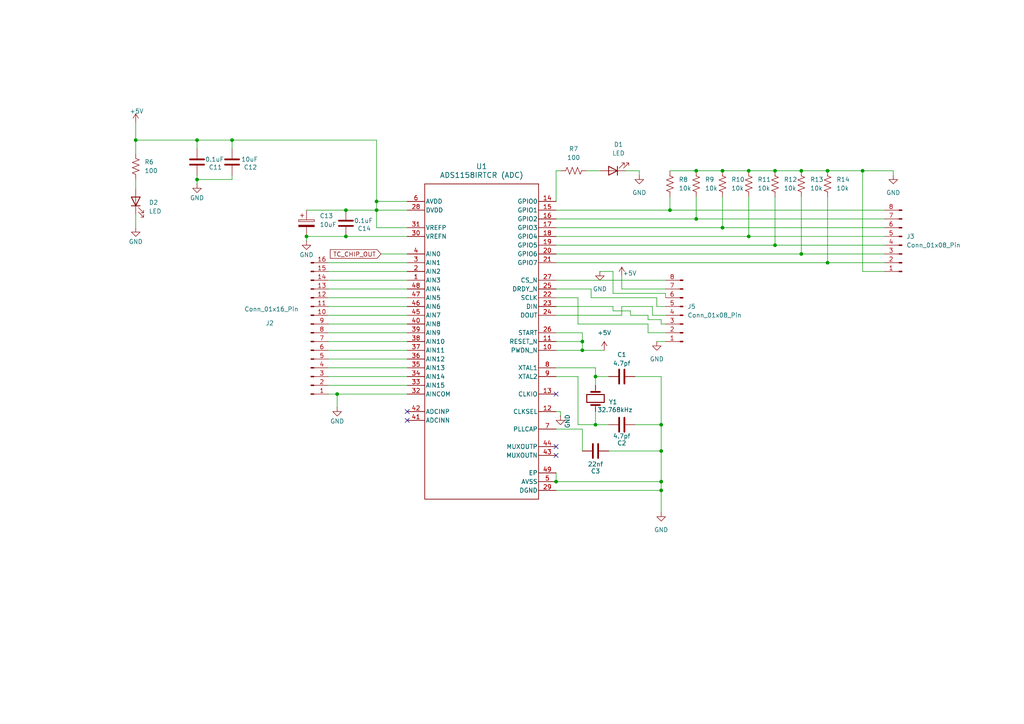
<source format=kicad_sch>
(kicad_sch (version 20250114) (generator "eeschema") (generator_version "9.0")
  (paper "A4")
  (lib_symbols
    (symbol "ADS1158:ADS1158IRTCR" (pin_names (offset 0.254))
      (property "Reference" "U" (at 0 2.54 0))
      (property "Value" "ADS1158IRTCR" (at 0 0 0))
      (symbol "ADS1158IRTCR_0_1"
        (polyline (pts (xy 5.08 5.08) (xy 5.08 -86.36)) (stroke (width 0.2032)))
        (polyline (pts (xy 5.08 -86.36) (xy 38.1 -86.36)) (stroke (width 0.2032)))
        (polyline (pts (xy 38.1 5.08) (xy 5.08 5.08)) (stroke (width 0.2032)))
        (polyline (pts (xy 38.1 -86.36) (xy 38.1 5.08)) (stroke (width 0.2032)))
        (pin power_in line (at 0 0 0) (length 5.08) (name "AVDD") (number "6"))
        (pin power_in line (at 0 -2.54 0) (length 5.08) (name "DVDD") (number "28"))
        (pin unspecified line (at 0 -7.62 0) (length 5.08) (name "VREFP") (number "31"))
        (pin unspecified line (at 0 -10.16 0) (length 5.08) (name "VREFN") (number "30"))
        (pin unspecified line (at 0 -15.24 0) (length 5.08) (name "AIN0") (number "4"))
        (pin unspecified line (at 0 -17.78 0) (length 5.08) (name "AIN1") (number "3"))
        (pin unspecified line (at 0 -20.32 0) (length 5.08) (name "AIN2") (number "2"))
        (pin unspecified line (at 0 -22.86 0) (length 5.08) (name "AIN3") (number "1"))
        (pin unspecified line (at 0 -25.4 0) (length 5.08) (name "AIN4") (number "48"))
        (pin unspecified line (at 0 -27.94 0) (length 5.08) (name "AIN5") (number "47"))
        (pin unspecified line (at 0 -30.48 0) (length 5.08) (name "AIN6") (number "46"))
        (pin unspecified line (at 0 -33.02 0) (length 5.08) (name "AIN7") (number "45"))
        (pin unspecified line (at 0 -35.56 0) (length 5.08) (name "AIN8") (number "40"))
        (pin unspecified line (at 0 -38.1 0) (length 5.08) (name "AIN9") (number "39"))
        (pin unspecified line (at 0 -40.64 0) (length 5.08) (name "AIN10") (number "38"))
        (pin unspecified line (at 0 -43.18 0) (length 5.08) (name "AIN11") (number "37"))
        (pin unspecified line (at 0 -45.72 0) (length 5.08) (name "AIN12") (number "36"))
        (pin unspecified line (at 0 -48.26 0) (length 5.08) (name "AIN13") (number "35"))
        (pin unspecified line (at 0 -50.8 0) (length 5.08) (name "AIN14") (number "34"))
        (pin unspecified line (at 0 -53.34 0) (length 5.08) (name "AIN15") (number "33"))
        (pin unspecified line (at 0 -55.88 0) (length 5.08) (name "AINCOM") (number "32"))
        (pin unspecified line (at 0 -60.96 0) (length 5.08) (name "ADCINP") (number "42"))
        (pin unspecified line (at 0 -63.5 0) (length 5.08) (name "ADCINN") (number "41"))
        (pin bidirectional line (at 43.18 0 180) (length 5.08) (name "GPIO0") (number "14"))
        (pin bidirectional line (at 43.18 -2.54 180) (length 5.08) (name "GPIO1") (number "15"))
        (pin bidirectional line (at 43.18 -5.08 180) (length 5.08) (name "GPIO2") (number "16"))
        (pin bidirectional line (at 43.18 -7.62 180) (length 5.08) (name "GPIO3") (number "17"))
        (pin bidirectional line (at 43.18 -10.16 180) (length 5.08) (name "GPIO4") (number "18"))
        (pin bidirectional line (at 43.18 -12.7 180) (length 5.08) (name "GPIO5") (number "19"))
        (pin bidirectional line (at 43.18 -15.24 180) (length 5.08) (name "GPIO6") (number "20"))
        (pin bidirectional line (at 43.18 -17.78 180) (length 5.08) (name "GPIO7") (number "21"))
        (pin input line (at 43.18 -22.86 180) (length 5.08) (name "CS_N") (number "27"))
        (pin output line (at 43.18 -25.4 180) (length 5.08) (name "DRDY_N") (number "25"))
        (pin input line (at 43.18 -27.94 180) (length 5.08) (name "SCLK") (number "22"))
        (pin input line (at 43.18 -30.48 180) (length 5.08) (name "DIN") (number "23"))
        (pin output line (at 43.18 -33.02 180) (length 5.08) (name "DOUT") (number "24"))
        (pin input line (at 43.18 -38.1 180) (length 5.08) (name "START") (number "26"))
        (pin input line (at 43.18 -40.64 180) (length 5.08) (name "RESET_N") (number "11"))
        (pin input line (at 43.18 -43.18 180) (length 5.08) (name "PWDN_N") (number "10"))
        (pin unspecified line (at 43.18 -48.26 180) (length 5.08) (name "XTAL1") (number "8"))
        (pin unspecified line (at 43.18 -50.8 180) (length 5.08) (name "XTAL2") (number "9"))
        (pin bidirectional line (at 43.18 -55.88 180) (length 5.08) (name "CLKIO") (number "13"))
        (pin input line (at 43.18 -60.96 180) (length 5.08) (name "CLKSEL") (number "12"))
        (pin unspecified line (at 43.18 -66.04 180) (length 5.08) (name "PLLCAP") (number "7"))
        (pin unspecified line (at 43.18 -71.12 180) (length 5.08) (name "MUXOUTP") (number "44"))
        (pin unspecified line (at 43.18 -73.66 180) (length 5.08) (name "MUXOUTN") (number "43"))
        (pin unspecified line (at 43.18 -78.74 180) (length 5.08) (name "EP") (number "49"))
        (pin power_in line (at 43.18 -81.28 180) (length 5.08) (name "AVSS") (number "5"))
        (pin power_in line (at 43.18 -83.82 180) (length 5.08) (name "DGND") (number "29"))
      )
    )
    (symbol "Connector:Conn_01x08_Pin" (pin_names (offset 1.016) (hide yes))
      (property "Reference" "J" (at 0 10.16 0))
      (property "Value" "Conn_01x08_Pin" (at 0 -12.7 0))
      (symbol "Conn_01x08_Pin_1_1"
        (rectangle (start 0.8636 7.747) (end 0 7.493) (stroke (width 0.1524)) (fill (type outline)))
        (rectangle (start 0.8636 5.207) (end 0 4.953) (stroke (width 0.1524)) (fill (type outline)))
        (rectangle (start 0.8636 2.667) (end 0 2.413) (stroke (width 0.1524)) (fill (type outline)))
        (rectangle (start 0.8636 0.127) (end 0 -0.127) (stroke (width 0.1524)) (fill (type outline)))
        (rectangle (start 0.8636 -2.413) (end 0 -2.667) (stroke (width 0.1524)) (fill (type outline)))
        (rectangle (start 0.8636 -4.953) (end 0 -5.207) (stroke (width 0.1524)) (fill (type outline)))
        (rectangle (start 0.8636 -7.493) (end 0 -7.747) (stroke (width 0.1524)) (fill (type outline)))
        (rectangle (start 0.8636 -10.033) (end 0 -10.287) (stroke (width 0.1524)) (fill (type outline)))
        (polyline (pts (xy 1.27 7.62) (xy 0.8636 7.62)) (stroke (width 0.1524)))
        (polyline (pts (xy 1.27 5.08) (xy 0.8636 5.08)) (stroke (width 0.1524)))
        (polyline (pts (xy 1.27 2.54) (xy 0.8636 2.54)) (stroke (width 0.1524)))
        (polyline (pts (xy 1.27 0) (xy 0.8636 0)) (stroke (width 0.1524)))
        (polyline (pts (xy 1.27 -2.54) (xy 0.8636 -2.54)) (stroke (width 0.1524)))
        (polyline (pts (xy 1.27 -5.08) (xy 0.8636 -5.08)) (stroke (width 0.1524)))
        (polyline (pts (xy 1.27 -7.62) (xy 0.8636 -7.62)) (stroke (width 0.1524)))
        (polyline (pts (xy 1.27 -10.16) (xy 0.8636 -10.16)) (stroke (width 0.1524)))
        (pin passive line (at 5.08 7.62 180) (length 3.81) (name "Pin_1") (number "1"))
        (pin passive line (at 5.08 5.08 180) (length 3.81) (name "Pin_2") (number "2"))
        (pin passive line (at 5.08 2.54 180) (length 3.81) (name "Pin_3") (number "3"))
        (pin passive line (at 5.08 0 180) (length 3.81) (name "Pin_4") (number "4"))
        (pin passive line (at 5.08 -2.54 180) (length 3.81) (name "Pin_5") (number "5"))
        (pin passive line (at 5.08 -5.08 180) (length 3.81) (name "Pin_6") (number "6"))
        (pin passive line (at 5.08 -7.62 180) (length 3.81) (name "Pin_7") (number "7"))
        (pin passive line (at 5.08 -10.16 180) (length 3.81) (name "Pin_8") (number "8"))
      )
    )
    (symbol "Connector:Conn_01x16_Pin" (pin_names (offset 1.016) (hide yes))
      (property "Reference" "J" (at 0 20.32 0))
      (property "Value" "Conn_01x16_Pin" (at 0 -22.86 0))
      (symbol "Conn_01x16_Pin_1_1"
        (rectangle (start 0.8636 17.907) (end 0 17.653) (stroke (width 0.1524)) (fill (type outline)))
        (rectangle (start 0.8636 15.367) (end 0 15.113) (stroke (width 0.1524)) (fill (type outline)))
        (rectangle (start 0.8636 12.827) (end 0 12.573) (stroke (width 0.1524)) (fill (type outline)))
        (rectangle (start 0.8636 10.287) (end 0 10.033) (stroke (width 0.1524)) (fill (type outline)))
        (rectangle (start 0.8636 7.747) (end 0 7.493) (stroke (width 0.1524)) (fill (type outline)))
        (rectangle (start 0.8636 5.207) (end 0 4.953) (stroke (width 0.1524)) (fill (type outline)))
        (rectangle (start 0.8636 2.667) (end 0 2.413) (stroke (width 0.1524)) (fill (type outline)))
        (rectangle (start 0.8636 0.127) (end 0 -0.127) (stroke (width 0.1524)) (fill (type outline)))
        (rectangle (start 0.8636 -2.413) (end 0 -2.667) (stroke (width 0.1524)) (fill (type outline)))
        (rectangle (start 0.8636 -4.953) (end 0 -5.207) (stroke (width 0.1524)) (fill (type outline)))
        (rectangle (start 0.8636 -7.493) (end 0 -7.747) (stroke (width 0.1524)) (fill (type outline)))
        (rectangle (start 0.8636 -10.033) (end 0 -10.287) (stroke (width 0.1524)) (fill (type outline)))
        (rectangle (start 0.8636 -12.573) (end 0 -12.827) (stroke (width 0.1524)) (fill (type outline)))
        (rectangle (start 0.8636 -15.113) (end 0 -15.367) (stroke (width 0.1524)) (fill (type outline)))
        (rectangle (start 0.8636 -17.653) (end 0 -17.907) (stroke (width 0.1524)) (fill (type outline)))
        (rectangle (start 0.8636 -20.193) (end 0 -20.447) (stroke (width 0.1524)) (fill (type outline)))
        (polyline (pts (xy 1.27 17.78) (xy 0.8636 17.78)) (stroke (width 0.1524)))
        (polyline (pts (xy 1.27 15.24) (xy 0.8636 15.24)) (stroke (width 0.1524)))
        (polyline (pts (xy 1.27 12.7) (xy 0.8636 12.7)) (stroke (width 0.1524)))
        (polyline (pts (xy 1.27 10.16) (xy 0.8636 10.16)) (stroke (width 0.1524)))
        (polyline (pts (xy 1.27 7.62) (xy 0.8636 7.62)) (stroke (width 0.1524)))
        (polyline (pts (xy 1.27 5.08) (xy 0.8636 5.08)) (stroke (width 0.1524)))
        (polyline (pts (xy 1.27 2.54) (xy 0.8636 2.54)) (stroke (width 0.1524)))
        (polyline (pts (xy 1.27 0) (xy 0.8636 0)) (stroke (width 0.1524)))
        (polyline (pts (xy 1.27 -2.54) (xy 0.8636 -2.54)) (stroke (width 0.1524)))
        (polyline (pts (xy 1.27 -5.08) (xy 0.8636 -5.08)) (stroke (width 0.1524)))
        (polyline (pts (xy 1.27 -7.62) (xy 0.8636 -7.62)) (stroke (width 0.1524)))
        (polyline (pts (xy 1.27 -10.16) (xy 0.8636 -10.16)) (stroke (width 0.1524)))
        (polyline (pts (xy 1.27 -12.7) (xy 0.8636 -12.7)) (stroke (width 0.1524)))
        (polyline (pts (xy 1.27 -15.24) (xy 0.8636 -15.24)) (stroke (width 0.1524)))
        (polyline (pts (xy 1.27 -17.78) (xy 0.8636 -17.78)) (stroke (width 0.1524)))
        (polyline (pts (xy 1.27 -20.32) (xy 0.8636 -20.32)) (stroke (width 0.1524)))
        (pin passive line (at 5.08 17.78 180) (length 3.81) (name "Pin_1") (number "1"))
        (pin passive line (at 5.08 15.24 180) (length 3.81) (name "Pin_2") (number "2"))
        (pin passive line (at 5.08 12.7 180) (length 3.81) (name "Pin_3") (number "3"))
        (pin passive line (at 5.08 10.16 180) (length 3.81) (name "Pin_4") (number "4"))
        (pin passive line (at 5.08 7.62 180) (length 3.81) (name "Pin_5") (number "5"))
        (pin passive line (at 5.08 5.08 180) (length 3.81) (name "Pin_6") (number "6"))
        (pin passive line (at 5.08 2.54 180) (length 3.81) (name "Pin_7") (number "7"))
        (pin passive line (at 5.08 0 180) (length 3.81) (name "Pin_8") (number "8"))
        (pin passive line (at 5.08 -2.54 180) (length 3.81) (name "Pin_9") (number "9"))
        (pin passive line (at 5.08 -5.08 180) (length 3.81) (name "Pin_10") (number "10"))
        (pin passive line (at 5.08 -7.62 180) (length 3.81) (name "Pin_11") (number "11"))
        (pin passive line (at 5.08 -10.16 180) (length 3.81) (name "Pin_12") (number "12"))
        (pin passive line (at 5.08 -12.7 180) (length 3.81) (name "Pin_13") (number "13"))
        (pin passive line (at 5.08 -15.24 180) (length 3.81) (name "Pin_14") (number "14"))
        (pin passive line (at 5.08 -17.78 180) (length 3.81) (name "Pin_15") (number "15"))
        (pin passive line (at 5.08 -20.32 180) (length 3.81) (name "Pin_16") (number "16"))
      )
    )
    (symbol "Device:C" (pin_numbers (hide yes)) (pin_names (offset 0.254))
      (property "Reference" "C" (at 0.635 2.54 0))
      (property "Value" "C" (at 0.635 -2.54 0))
      (symbol "C_0_1"
        (polyline (pts (xy -2.032 0.762) (xy 2.032 0.762)) (stroke (width 0.508)))
        (polyline (pts (xy -2.032 -0.762) (xy 2.032 -0.762)) (stroke (width 0.508)))
      )
      (symbol "C_1_1"
        (pin passive line (at 0 3.81 270) (length 2.794) (name "~") (number "1"))
        (pin passive line (at 0 -3.81 90) (length 2.794) (name "~") (number "2"))
      )
    )
    (symbol "Device:C_Polarized" (pin_numbers (hide yes)) (pin_names (offset 0.254))
      (property "Reference" "C" (at 0.635 2.54 0))
      (property "Value" "C_Polarized" (at 0.635 -2.54 0))
      (symbol "C_Polarized_0_1"
        (rectangle (start -2.286 0.508) (end 2.286 1.016))
        (polyline (pts (xy -1.778 2.286) (xy -0.762 2.286)))
        (polyline (pts (xy -1.27 2.794) (xy -1.27 1.778)))
        (rectangle (start 2.286 -0.508) (end -2.286 -1.016) (fill (type outline)))
      )
      (symbol "C_Polarized_1_1"
        (pin passive line (at 0 3.81 270) (length 2.794) (name "~") (number "1"))
        (pin passive line (at 0 -3.81 90) (length 2.794) (name "~") (number "2"))
      )
    )
    (symbol "Device:Crystal" (pin_numbers (hide yes)) (pin_names (offset 1.016) (hide yes))
      (property "Reference" "Y" (at 0 3.81 0))
      (property "Value" "Crystal" (at 0 -3.81 0))
      (symbol "Crystal_0_1"
        (polyline (pts (xy -2.54 0) (xy -1.905 0)))
        (polyline (pts (xy -1.905 -1.27) (xy -1.905 1.27)) (stroke (width 0.508)))
        (rectangle (start -1.143 2.54) (end 1.143 -2.54) (stroke (width 0.3048)))
        (polyline (pts (xy 1.905 -1.27) (xy 1.905 1.27)) (stroke (width 0.508)))
        (polyline (pts (xy 2.54 0) (xy 1.905 0)))
      )
      (symbol "Crystal_1_1"
        (pin passive line (at -3.81 0 0) (length 1.27) (name "1") (number "1"))
        (pin passive line (at 3.81 0 180) (length 1.27) (name "2") (number "2"))
      )
    )
    (symbol "Device:LED" (pin_numbers (hide yes)) (pin_names (offset 1.016) (hide yes))
      (property "Reference" "D" (at 0 2.54 0))
      (property "Value" "LED" (at 0 -2.54 0))
      (symbol "LED_0_1"
        (polyline (pts (xy -3.048 -0.762) (xy -4.572 -2.286) (xy -3.81 -2.286) (xy -4.572 -2.286) (xy -4.572 -1.524)))
        (polyline (pts (xy -1.778 -0.762) (xy -3.302 -2.286) (xy -2.54 -2.286) (xy -3.302 -2.286) (xy -3.302 -1.524)))
        (polyline (pts (xy -1.27 0) (xy 1.27 0)))
        (polyline (pts (xy -1.27 -1.27) (xy -1.27 1.27)) (stroke (width 0.254)))
        (polyline (pts (xy 1.27 -1.27) (xy 1.27 1.27) (xy -1.27 0) (xy 1.27 -1.27)) (stroke (width 0.254)))
      )
      (symbol "LED_1_1"
        (pin passive line (at -3.81 0 0) (length 2.54) (name "K") (number "1"))
        (pin passive line (at 3.81 0 180) (length 2.54) (name "A") (number "2"))
      )
    )
    (symbol "Device:R_US" (pin_numbers (hide yes)) (pin_names (offset 0))
      (property "Reference" "R" (at 2.54 0 90))
      (property "Value" "R_US" (at -2.54 0 90))
      (symbol "R_US_0_1"
        (polyline (pts (xy 0 2.286) (xy 0 2.54)))
        (polyline (pts (xy 0 2.286) (xy 1.016 1.905) (xy 0 1.524) (xy -1.016 1.143) (xy 0 0.762)))
        (polyline (pts (xy 0 0.762) (xy 1.016 0.381) (xy 0 0) (xy -1.016 -0.381) (xy 0 -0.762)))
        (polyline (pts (xy 0 -0.762) (xy 1.016 -1.143) (xy 0 -1.524) (xy -1.016 -1.905) (xy 0 -2.286)))
        (polyline (pts (xy 0 -2.286) (xy 0 -2.54)))
      )
      (symbol "R_US_1_1"
        (pin passive line (at 0 3.81 270) (length 1.27) (name "~") (number "1"))
        (pin passive line (at 0 -3.81 90) (length 1.27) (name "~") (number "2"))
      )
    )
    (symbol "power:+5V" (power) (pin_numbers (hide yes)) (pin_names (offset 0) (hide yes))
      (property "Value" "+5V" (at 0 3.556 0))
      (symbol "+5V_0_1"
        (polyline (pts (xy -0.762 1.27) (xy 0 2.54)))
        (polyline (pts (xy 0 2.54) (xy 0.762 1.27)))
        (polyline (pts (xy 0 0) (xy 0 2.54)))
      )
      (symbol "+5V_1_1"
        (pin power_in line (at 0 0 90) (length 0) (name "~") (number "1"))
      )
    )
    (symbol "power:GND" (power) (pin_numbers (hide yes)) (pin_names (offset 0) (hide yes))
      (property "Value" "GND" (at 0 -3.81 0))
      (symbol "GND_0_1"
        (polyline (pts (xy 0 0) (xy 0 -1.27) (xy 1.27 -1.27) (xy 0 -2.54) (xy -1.27 -1.27) (xy 0 -1.27)))
      )
      (symbol "GND_1_1"
        (pin power_in line (at 0 0 270) (length 0) (name "~") (number "1"))
      )
    )
  )
  (junction (at 224.79 71.12))
  (junction (at 191.77 139.7))
  (junction (at 224.79 49.53))
  (junction (at 240.03 76.2))
  (junction (at 191.77 130.81))
  (junction (at 67.31 40.64))
  (junction (at 209.55 66.04))
  (junction (at 172.72 123.19))
  (junction (at 194.31 60.96))
  (junction (at 201.93 63.5))
  (junction (at 100.33 60.96))
  (junction (at 201.93 49.53))
  (junction (at 209.55 49.53))
  (junction (at 168.91 101.6))
  (junction (at 217.17 68.58))
  (junction (at 109.22 58.42))
  (junction (at 240.03 49.53))
  (junction (at 109.22 60.96))
  (junction (at 250.19 49.53))
  (junction (at 191.77 142.24))
  (junction (at 217.17 49.53))
  (junction (at 191.77 123.19))
  (junction (at 39.37 40.64))
  (junction (at 161.29 139.7))
  (junction (at 57.15 40.64))
  (junction (at 57.15 52.07))
  (junction (at 172.72 109.22))
  (junction (at 232.41 49.53))
  (junction (at 88.9 68.58))
  (junction (at 168.91 99.06))
  (junction (at 100.33 68.58))
  (junction (at 97.79 114.3))
  (junction (at 232.41 73.66))
  (no_connect (at 118.11 119.38))
  (no_connect (at 118.11 121.92))
  (no_connect (at 161.29 114.3))
  (no_connect (at 161.29 129.54))
  (no_connect (at 161.29 132.08))
  (wire (pts (xy 168.91 124.46) (xy 168.91 130.81)))
  (wire (pts (xy 180.34 80.01) (xy 180.34 83.82)))
  (wire (pts (xy 190.5 86.36) (xy 190.5 88.9)))
  (wire (pts (xy 161.29 66.04) (xy 209.55 66.04)))
  (wire (pts (xy 95.25 76.2) (xy 118.11 76.2)))
  (wire (pts (xy 190.5 88.9) (xy 193.04 88.9)))
  (wire (pts (xy 172.72 123.19) (xy 172.72 119.38)))
  (wire (pts (xy 201.93 57.15) (xy 201.93 63.5)))
  (wire (pts (xy 161.29 58.42) (xy 161.29 49.53)))
  (wire (pts (xy 224.79 49.53) (xy 232.41 49.53)))
  (wire (pts (xy 187.96 93.98) (xy 187.96 96.52)))
  (wire (pts (xy 39.37 54.61) (xy 39.37 52.07)))
  (wire (pts (xy 201.93 63.5) (xy 256.54 63.5)))
  (wire (pts (xy 232.41 73.66) (xy 256.54 73.66)))
  (wire (pts (xy 187.96 91.44) (xy 182.88 91.44)))
  (wire (pts (xy 161.29 49.53) (xy 162.56 49.53)))
  (wire (pts (xy 162.56 120.65) (xy 162.56 119.38)))
  (wire (pts (xy 167.64 109.22) (xy 161.29 109.22)))
  (wire (pts (xy 95.25 78.74) (xy 118.11 78.74)))
  (wire (pts (xy 190.5 99.06) (xy 193.04 99.06)))
  (wire (pts (xy 224.79 71.12) (xy 256.54 71.12)))
  (wire (pts (xy 167.64 93.98) (xy 187.96 93.98)))
  (wire (pts (xy 185.42 50.8) (xy 185.42 49.53)))
  (wire (pts (xy 171.45 83.82) (xy 171.45 86.36)))
  (wire (pts (xy 109.22 40.64) (xy 109.22 58.42)))
  (wire (pts (xy 191.77 148.59) (xy 191.77 142.24)))
  (wire (pts (xy 217.17 68.58) (xy 256.54 68.58)))
  (wire (pts (xy 95.25 111.76) (xy 118.11 111.76)))
  (wire (pts (xy 95.25 91.44) (xy 118.11 91.44)))
  (wire (pts (xy 161.29 101.6) (xy 168.91 101.6)))
  (wire (pts (xy 191.77 123.19) (xy 191.77 130.81)))
  (wire (pts (xy 184.15 109.22) (xy 191.77 109.22)))
  (wire (pts (xy 209.55 57.15) (xy 209.55 66.04)))
  (wire (pts (xy 172.72 106.68) (xy 161.29 106.68)))
  (wire (pts (xy 182.88 91.44) (xy 182.88 90.17)))
  (wire (pts (xy 57.15 52.07) (xy 57.15 53.34)))
  (wire (pts (xy 184.15 123.19) (xy 191.77 123.19)))
  (wire (pts (xy 180.34 83.82) (xy 193.04 83.82)))
  (wire (pts (xy 95.25 88.9) (xy 118.11 88.9)))
  (wire (pts (xy 232.41 57.15) (xy 232.41 73.66)))
  (wire (pts (xy 161.29 73.66) (xy 232.41 73.66)))
  (wire (pts (xy 191.77 139.7) (xy 191.77 142.24)))
  (wire (pts (xy 97.79 114.3) (xy 97.79 118.11)))
  (wire (pts (xy 185.42 49.53) (xy 181.61 49.53)))
  (wire (pts (xy 250.19 49.53) (xy 250.19 78.74)))
  (wire (pts (xy 172.72 111.76) (xy 172.72 109.22)))
  (wire (pts (xy 95.25 106.68) (xy 118.11 106.68)))
  (wire (pts (xy 217.17 49.53) (xy 224.79 49.53)))
  (wire (pts (xy 209.55 66.04) (xy 256.54 66.04)))
  (wire (pts (xy 161.29 60.96) (xy 194.31 60.96)))
  (wire (pts (xy 100.33 68.58) (xy 118.11 68.58)))
  (wire (pts (xy 88.9 60.96) (xy 100.33 60.96)))
  (wire (pts (xy 161.29 83.82) (xy 171.45 83.82)))
  (wire (pts (xy 161.29 81.28) (xy 193.04 81.28)))
  (wire (pts (xy 168.91 101.6) (xy 175.26 101.6)))
  (wire (pts (xy 172.72 109.22) (xy 172.72 106.68)))
  (wire (pts (xy 180.34 88.9) (xy 189.23 88.9)))
  (wire (pts (xy 39.37 40.64) (xy 57.15 40.64)))
  (wire (pts (xy 193.04 86.36) (xy 193.04 85.09)))
  (wire (pts (xy 240.03 49.53) (xy 250.19 49.53)))
  (wire (pts (xy 161.29 86.36) (xy 167.64 86.36)))
  (wire (pts (xy 109.22 58.42) (xy 118.11 58.42)))
  (wire (pts (xy 95.25 101.6) (xy 118.11 101.6)))
  (wire (pts (xy 177.8 85.09) (xy 177.8 78.74)))
  (wire (pts (xy 161.29 63.5) (xy 201.93 63.5)))
  (wire (pts (xy 224.79 57.15) (xy 224.79 71.12)))
  (wire (pts (xy 191.77 92.71) (xy 191.77 93.98)))
  (wire (pts (xy 95.25 83.82) (xy 118.11 83.82)))
  (wire (pts (xy 194.31 57.15) (xy 194.31 60.96)))
  (wire (pts (xy 95.25 93.98) (xy 118.11 93.98)))
  (wire (pts (xy 88.9 68.58) (xy 100.33 68.58)))
  (wire (pts (xy 67.31 40.64) (xy 67.31 43.18)))
  (wire (pts (xy 109.22 66.04) (xy 109.22 60.96)))
  (wire (pts (xy 240.03 57.15) (xy 240.03 76.2)))
  (wire (pts (xy 67.31 52.07) (xy 57.15 52.07)))
  (wire (pts (xy 161.29 99.06) (xy 168.91 99.06)))
  (wire (pts (xy 95.25 104.14) (xy 118.11 104.14)))
  (wire (pts (xy 250.19 49.53) (xy 259.08 49.53)))
  (wire (pts (xy 162.56 119.38) (xy 161.29 119.38)))
  (wire (pts (xy 189.23 91.44) (xy 193.04 91.44)))
  (wire (pts (xy 189.23 88.9) (xy 189.23 91.44)))
  (wire (pts (xy 173.99 78.74) (xy 177.8 78.74)))
  (wire (pts (xy 177.8 88.9) (xy 161.29 88.9)))
  (wire (pts (xy 259.08 49.53) (xy 259.08 50.8)))
  (wire (pts (xy 95.25 109.22) (xy 118.11 109.22)))
  (wire (pts (xy 161.29 76.2) (xy 240.03 76.2)))
  (wire (pts (xy 161.29 137.16) (xy 161.29 139.7)))
  (wire (pts (xy 57.15 40.64) (xy 67.31 40.64)))
  (wire (pts (xy 39.37 62.23) (xy 39.37 66.04)))
  (wire (pts (xy 201.93 49.53) (xy 209.55 49.53)))
  (wire (pts (xy 187.96 91.44) (xy 187.96 92.71)))
  (wire (pts (xy 95.25 86.36) (xy 118.11 86.36)))
  (wire (pts (xy 161.29 71.12) (xy 224.79 71.12)))
  (wire (pts (xy 161.29 91.44) (xy 180.34 91.44)))
  (wire (pts (xy 172.72 123.19) (xy 167.64 123.19)))
  (wire (pts (xy 67.31 50.8) (xy 67.31 52.07)))
  (wire (pts (xy 194.31 49.53) (xy 201.93 49.53)))
  (wire (pts (xy 167.64 123.19) (xy 167.64 109.22)))
  (wire (pts (xy 95.25 114.3) (xy 97.79 114.3)))
  (wire (pts (xy 191.77 93.98) (xy 193.04 93.98)))
  (wire (pts (xy 39.37 35.56) (xy 39.37 40.64)))
  (wire (pts (xy 161.29 96.52) (xy 168.91 96.52)))
  (wire (pts (xy 168.91 99.06) (xy 168.91 101.6)))
  (wire (pts (xy 191.77 123.19) (xy 191.77 109.22)))
  (wire (pts (xy 193.04 85.09) (xy 177.8 85.09)))
  (wire (pts (xy 170.18 49.53) (xy 173.99 49.53)))
  (wire (pts (xy 177.8 90.17) (xy 177.8 88.9)))
  (wire (pts (xy 176.53 123.19) (xy 172.72 123.19)))
  (wire (pts (xy 209.55 49.53) (xy 217.17 49.53)))
  (wire (pts (xy 39.37 40.64) (xy 39.37 44.45)))
  (wire (pts (xy 232.41 49.53) (xy 240.03 49.53)))
  (wire (pts (xy 182.88 90.17) (xy 177.8 90.17)))
  (wire (pts (xy 187.96 96.52) (xy 193.04 96.52)))
  (wire (pts (xy 171.45 86.36) (xy 190.5 86.36)))
  (wire (pts (xy 191.77 142.24) (xy 161.29 142.24)))
  (wire (pts (xy 194.31 60.96) (xy 256.54 60.96)))
  (wire (pts (xy 57.15 40.64) (xy 57.15 43.18)))
  (wire (pts (xy 168.91 96.52) (xy 168.91 99.06)))
  (wire (pts (xy 191.77 130.81) (xy 191.77 139.7)))
  (wire (pts (xy 161.29 139.7) (xy 191.77 139.7)))
  (wire (pts (xy 256.54 78.74) (xy 250.19 78.74)))
  (wire (pts (xy 172.72 109.22) (xy 176.53 109.22)))
  (wire (pts (xy 97.79 114.3) (xy 118.11 114.3)))
  (wire (pts (xy 167.64 86.36) (xy 167.64 93.98)))
  (wire (pts (xy 67.31 40.64) (xy 109.22 40.64)))
  (wire (pts (xy 180.34 91.44) (xy 180.34 88.9)))
  (wire (pts (xy 95.25 81.28) (xy 118.11 81.28)))
  (wire (pts (xy 161.29 68.58) (xy 217.17 68.58)))
  (wire (pts (xy 176.53 130.81) (xy 191.77 130.81)))
  (wire (pts (xy 95.25 96.52) (xy 118.11 96.52)))
  (wire (pts (xy 110.49 73.66) (xy 118.11 73.66)))
  (wire (pts (xy 161.29 124.46) (xy 168.91 124.46)))
  (wire (pts (xy 95.25 99.06) (xy 118.11 99.06)))
  (wire (pts (xy 100.33 60.96) (xy 109.22 60.96)))
  (wire (pts (xy 118.11 60.96) (xy 109.22 60.96)))
  (wire (pts (xy 118.11 66.04) (xy 109.22 66.04)))
  (wire (pts (xy 240.03 76.2) (xy 256.54 76.2)))
  (wire (pts (xy 88.9 68.58) (xy 88.9 69.85)))
  (wire (pts (xy 187.96 92.71) (xy 191.77 92.71)))
  (wire (pts (xy 217.17 57.15) (xy 217.17 68.58)))
  (wire (pts (xy 57.15 50.8) (xy 57.15 52.07)))
  (wire (pts (xy 109.22 60.96) (xy 109.22 58.42)))
  (global_label "TC_CHIP_OUT" (shape input) (at 110.49 73.66 180) (property "Intersheetrefs" "${INTERSHEET_REFS}" (effects (hide yes))))
  (symbol (lib_id "Device:C") (at 172.72 130.81 270) (unit 1)
    (property "Reference" "C3" (at 172.72 136.652 90))
    (property "Value" "22nf" (at 172.72 134.62 90))
    (property "Footprint" "Capacitor_SMD:C_0603_1608Metric" (effects (hide yes)))
    (property "Description" "Unpolarized capacitor" (effects (hide yes)))
  )
  (symbol (lib_id "Device:C") (at 57.15 46.99 0) (unit 1)
    (property "Reference" "C11" (at 62.484 48.514 0))
    (property "Value" "0.1uF" (at 62.23 46.228 0))
    (property "Footprint" "Capacitor_SMD:C_0603_1608Metric" (effects (hide yes)))
    (property "Description" "Unpolarized capacitor" (effects (hide yes)))
  )
  (symbol (lib_id "power:GND") (at 259.08 50.8 0) (unit 1)
    (property "Reference" "#PWR019" (effects (hide yes)))
    (property "Value" "GND" (at 259.08 55.88 0))
    (property "Description" "Power symbol creates a global label with name \"GND\" , ground" (effects (hide yes)))
  )
  (symbol (lib_id "Device:LED") (at 39.37 58.42 90) (unit 1)
    (property "Reference" "D2" (at 43.18 58.7374 90) (effects (justify right)))
    (property "Value" "LED" (at 43.18 61.2774 90) (effects (justify right)))
    (property "Footprint" "Capacitor_SMD:C_0603_1608Metric" (effects (hide yes)))
    (property "Description" "Light emitting diode" (effects (hide yes)))
  )
  (symbol (lib_id "Device:R_US") (at 224.79 53.34 0) (unit 1)
    (property "Reference" "R12" (at 227.33 52.0699 0) (effects (justify left)))
    (property "Value" "10k" (at 227.33 54.6099 0) (effects (justify left)))
    (property "Footprint" "Resistor_SMD:R_0201_0603Metric" (effects (hide yes)))
    (property "Description" "Resistor, US symbol" (effects (hide yes)))
  )
  (symbol (lib_id "Device:C") (at 180.34 109.22 270) (unit 1)
    (property "Reference" "C1" (at 180.34 102.87 90))
    (property "Value" "4.7pf" (at 180.34 105.41 90))
    (property "Footprint" "Capacitor_SMD:C_0603_1608Metric" (effects (hide yes)))
    (property "Description" "Unpolarized capacitor" (effects (hide yes)))
  )
  (symbol (lib_id "power:+5V") (at 175.26 101.6 0) (unit 1)
    (property "Reference" "#PWR018" (effects (hide yes)))
    (property "Value" "+5V" (at 175.26 96.52 0))
    (property "Description" "Power symbol creates a global label with name \"+5V\"" (effects (hide yes)))
  )
  (symbol (lib_id "Device:R_US") (at 232.41 53.34 0) (unit 1)
    (property "Reference" "R13" (at 234.95 52.0699 0) (effects (justify left)))
    (property "Value" "10k" (at 234.95 54.6099 0) (effects (justify left)))
    (property "Footprint" "Resistor_SMD:R_0201_0603Metric" (effects (hide yes)))
    (property "Description" "Resistor, US symbol" (effects (hide yes)))
  )
  (symbol (lib_id "Connector:Conn_01x08_Pin") (at 198.12 91.44 180) (unit 1)
    (property "Reference" "J5" (at 199.39 88.8999 0) (effects (justify right)))
    (property "Value" "Conn_01x08_Pin" (at 199.39 91.4399 0) (effects (justify right)))
    (property "Footprint" "Connector_PinHeader_2.54mm:PinHeader_1x08_P2.54mm_Vertical" (effects (hide yes)))
    (property "Description" "Generic connector, single row, 01x08, script generated" (effects (hide yes)))
  )
  (symbol (lib_id "Device:LED") (at 177.8 49.53 180) (unit 1)
    (property "Reference" "D1" (at 179.3875 41.91 0))
    (property "Value" "LED" (at 179.3875 44.45 0))
    (property "Footprint" "Capacitor_SMD:C_0603_1608Metric" (effects (hide yes)))
    (property "Description" "Light emitting diode" (effects (hide yes)))
  )
  (symbol (lib_id "Device:R_US") (at 240.03 53.34 0) (unit 1)
    (property "Reference" "R14" (at 242.57 52.0699 0) (effects (justify left)))
    (property "Value" "10k" (at 242.57 54.6099 0) (effects (justify left)))
    (property "Footprint" "Resistor_SMD:R_0201_0603Metric" (effects (hide yes)))
    (property "Description" "Resistor, US symbol" (effects (hide yes)))
  )
  (symbol (lib_id "Device:R_US") (at 39.37 48.26 0) (unit 1)
    (property "Reference" "R6" (at 41.91 46.9899 0) (effects (justify left)))
    (property "Value" "100" (at 41.91 49.5299 0) (effects (justify left)))
    (property "Footprint" "Resistor_SMD:R_0201_0603Metric" (effects (hide yes)))
    (property "Description" "Resistor, US symbol" (effects (hide yes)))
  )
  (symbol (lib_id "power:+5V") (at 39.37 35.56 0) (unit 1)
    (property "Reference" "#PWR04" (effects (hide yes)))
    (property "Value" "+5V" (at 39.624 32.258 0))
    (property "Description" "Power symbol creates a global label with name \"+5V\"" (effects (hide yes)))
  )
  (symbol (lib_id "ADS1158:ADS1158IRTCR") (at 118.11 58.42 0) (unit 1)
    (property "Reference" "U1" (at 139.7 48.26 0) (effects (font (size 1.524 1.524))))
    (property "Value" "ADS1158IRTCR (ADC)" (at 139.7 50.8 0) (effects (font (size 1.524 1.524))))
    (property "Footprint" "ul_ADS1158IRTCR:RTC0048A-IPC_A" (effects (hide yes)))
    (property "Datasheet" "ADS1158IRTCR" (effects (hide yes)))
  )
  (symbol (lib_id "power:GND") (at 57.15 53.34 0) (unit 1)
    (property "Reference" "#PWR024" (effects (hide yes)))
    (property "Value" "GND" (at 57.15 57.404 0))
    (property "Description" "Power symbol creates a global label with name \"GND\" , ground" (effects (hide yes)))
  )
  (symbol (lib_id "power:GND") (at 191.77 148.59 0) (unit 1)
    (property "Reference" "#PWR01" (effects (hide yes)))
    (property "Value" "GND" (at 191.77 153.67 0))
    (property "Description" "Power symbol creates a global label with name \"GND\" , ground" (effects (hide yes)))
  )
  (symbol (lib_id "Device:C") (at 67.31 46.99 0) (unit 1)
    (property "Reference" "C12" (at 72.644 48.514 0))
    (property "Value" "10uF" (at 72.39 46.228 0))
    (property "Footprint" "Capacitor_SMD:C_0603_1608Metric" (effects (hide yes)))
    (property "Description" "Unpolarized capacitor" (effects (hide yes)))
  )
  (symbol (lib_id "Device:R_US") (at 166.37 49.53 90) (unit 1)
    (property "Reference" "R7" (at 166.37 43.18 90))
    (property "Value" "100" (at 166.37 45.72 90))
    (property "Footprint" "Resistor_SMD:R_0201_0603Metric" (effects (hide yes)))
    (property "Description" "Resistor, US symbol" (effects (hide yes)))
  )
  (symbol (lib_id "Device:R_US") (at 209.55 53.34 0) (unit 1)
    (property "Reference" "R10" (at 212.09 52.0699 0) (effects (justify left)))
    (property "Value" "10k" (at 212.09 54.6099 0) (effects (justify left)))
    (property "Footprint" "Resistor_SMD:R_0201_0603Metric" (effects (hide yes)))
    (property "Description" "Resistor, US symbol" (effects (hide yes)))
  )
  (symbol (lib_id "power:GND") (at 162.56 120.65 0) (unit 1)
    (property "Reference" "#PWR02" (effects (hide yes)))
    (property "Value" "GND" (at 164.592 120.142 90) (effects (justify right)))
    (property "Description" "Power symbol creates a global label with name \"GND\" , ground" (effects (hide yes)))
  )
  (symbol (lib_id "power:GND") (at 185.42 50.8 0) (unit 1)
    (property "Reference" "#PWR03" (effects (hide yes)))
    (property "Value" "GND" (at 185.42 55.88 0))
    (property "Description" "Power symbol creates a global label with name \"GND\" , ground" (effects (hide yes)))
  )
  (symbol (lib_id "Device:C") (at 180.34 123.19 270) (unit 1)
    (property "Reference" "C2" (at 180.34 128.524 90))
    (property "Value" "4.7pf" (at 180.34 126.492 90))
    (property "Footprint" "Capacitor_SMD:C_0603_1608Metric" (effects (hide yes)))
    (property "Description" "Unpolarized capacitor" (effects (hide yes)))
  )
  (symbol (lib_id "Device:C") (at 100.33 64.77 0) (unit 1)
    (property "Reference" "C14" (at 105.664 66.294 0))
    (property "Value" "0.1uF" (at 105.41 64.008 0))
    (property "Footprint" "Capacitor_SMD:C_0603_1608Metric" (effects (hide yes)))
    (property "Description" "Unpolarized capacitor" (effects (hide yes)))
  )
  (symbol (lib_id "power:GND") (at 173.99 78.74 0) (unit 1)
    (property "Reference" "#PWR022" (effects (hide yes)))
    (property "Value" "GND" (at 173.99 83.82 0))
    (property "Description" "Power symbol creates a global label with name \"GND\" , ground" (effects (hide yes)))
  )
  (symbol (lib_id "Device:C_Polarized") (at 88.9 64.77 0) (unit 1)
    (property "Reference" "C13" (at 92.71 62.6109 0) (effects (justify left)))
    (property "Value" "10uF" (at 92.71 65.1509 0) (effects (justify left)))
    (property "Footprint" "Capacitor_SMD:C_0603_1608Metric" (effects (hide yes)))
    (property "Description" "Polarized capacitor" (effects (hide yes)))
  )
  (symbol (lib_id "Connector:Conn_01x16_Pin") (at 90.17 96.52 0) (mirror x) (unit 1)
    (property "Reference" "J2" (at 78.232 93.726 0))
    (property "Value" "Conn_01x16_Pin" (at 78.74 89.662 0))
    (property "Footprint" "Connector_PinHeader_2.54mm:PinHeader_1x16_P2.54mm_Vertical" (effects (hide yes)))
    (property "Description" "Generic connector, single row, 01x16, script generated" (effects (hide yes)))
  )
  (symbol (lib_id "power:+5V") (at 180.34 80.01 0) (unit 1)
    (property "Reference" "#PWR020" (effects (hide yes)))
    (property "Value" "+5V" (at 182.626 79.248 0))
    (property "Description" "Power symbol creates a global label with name \"+5V\"" (effects (hide yes)))
  )
  (symbol (lib_id "Device:R_US") (at 194.31 53.34 0) (unit 1)
    (property "Reference" "R8" (at 196.85 52.0699 0) (effects (justify left)))
    (property "Value" "10k" (at 196.85 54.6099 0) (effects (justify left)))
    (property "Footprint" "Resistor_SMD:R_0201_0603Metric" (effects (hide yes)))
    (property "Description" "Resistor, US symbol" (effects (hide yes)))
  )
  (symbol (lib_id "power:GND") (at 97.79 118.11 0) (unit 1)
    (property "Reference" "#PWR023" (effects (hide yes)))
    (property "Value" "GND" (at 97.79 122.174 0))
    (property "Description" "Power symbol creates a global label with name \"GND\" , ground" (effects (hide yes)))
  )
  (symbol (lib_id "power:GND") (at 190.5 99.06 0) (unit 1)
    (property "Reference" "#PWR021" (effects (hide yes)))
    (property "Value" "GND" (at 190.5 104.14 0))
    (property "Description" "Power symbol creates a global label with name \"GND\" , ground" (effects (hide yes)))
  )
  (symbol (lib_id "power:GND") (at 88.9 69.85 0) (unit 1)
    (property "Reference" "#PWR025" (effects (hide yes)))
    (property "Value" "GND" (at 88.9 73.914 0))
    (property "Description" "Power symbol creates a global label with name \"GND\" , ground" (effects (hide yes)))
  )
  (symbol (lib_id "power:GND") (at 39.37 66.04 0) (unit 1)
    (property "Reference" "#PWR05" (effects (hide yes)))
    (property "Value" "GND" (at 39.37 70.104 0))
    (property "Description" "Power symbol creates a global label with name \"GND\" , ground" (effects (hide yes)))
  )
  (symbol (lib_id "Connector:Conn_01x08_Pin") (at 261.62 71.12 180) (unit 1)
    (property "Reference" "J3" (at 262.89 68.5799 0) (effects (justify right)))
    (property "Value" "Conn_01x08_Pin" (at 262.89 71.1199 0) (effects (justify right)))
    (property "Footprint" "Connector_PinHeader_2.54mm:PinHeader_1x08_P2.54mm_Vertical" (effects (hide yes)))
    (property "Description" "Generic connector, single row, 01x08, script generated" (effects (hide yes)))
  )
  (symbol (lib_id "Device:R_US") (at 217.17 53.34 0) (unit 1)
    (property "Reference" "R11" (at 219.71 52.0699 0) (effects (justify left)))
    (property "Value" "10k" (at 219.71 54.6099 0) (effects (justify left)))
    (property "Footprint" "Resistor_SMD:R_0201_0603Metric" (effects (hide yes)))
    (property "Description" "Resistor, US symbol" (effects (hide yes)))
  )
  (symbol (lib_id "Device:R_US") (at 201.93 53.34 0) (unit 1)
    (property "Reference" "R9" (at 204.47 52.0699 0) (effects (justify left)))
    (property "Value" "10k" (at 204.47 54.6099 0) (effects (justify left)))
    (property "Footprint" "Resistor_SMD:R_0201_0603Metric" (effects (hide yes)))
    (property "Description" "Resistor, US symbol" (effects (hide yes)))
  )
  (symbol (lib_id "Device:Crystal") (at 172.72 115.57 270) (unit 1)
    (property "Reference" "Y1" (at 176.53 116.586 90) (effects (justify left)))
    (property "Value" "32.768kHz" (at 173.228 118.872 90) (effects (justify left)))
    (property "Footprint" "ul_ADS1158IRTCR:XTAL_ABS25-32.768KHZ-6-1-T" (effects (hide yes)))
    (property "Description" "Two pin crystal" (effects (hide yes)))
  )
)
</source>
